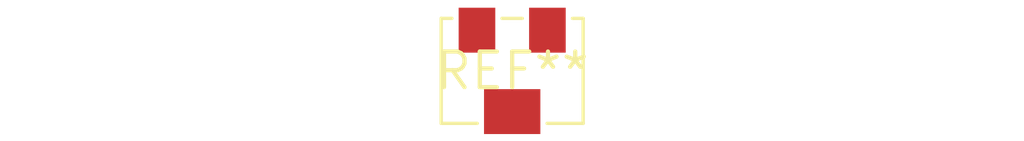
<source format=kicad_pcb>
(kicad_pcb (version 20240108) (generator pcbnew)
  (layers (0 "F.Cu" signal) (31 "B.Cu" signal) (34 "B.Paste" user) (35 "F.Paste" user) (36 "B.SilkS" user "B.Silkscreen") (37 "F.SilkS" user "F.Silkscreen") (38 "B.Mask" user) (39 "F.Mask" user) (44 "Edge.Cuts" user))
  (net 0 "")
  (footprint "Potentiometer_Bourns_3214W_Vertical" (layer "F.Cu") (at 0 0)
    (property "Reference" "REF**")
    (property "Value" "Potentiometer_Bourns_3214W_Vertical")
    (fp_line (start -2.52 -1.87) (end -2.52 1.87) (layer "F.SilkS") (stroke (width 0.12)))
    (fp_line (start -2.52 -1.87) (end -2.14 -1.87) (layer "F.SilkS") (stroke (width 0.12)))
    (fp_line (start -2.52 1.87) (end -1.24 1.87) (layer "F.SilkS") (stroke (width 0.12)))
    (fp_line (start -0.36 -1.87) (end 0.36 -1.87) (layer "F.SilkS") (stroke (width 0.12)))
    (fp_line (start 1.24 1.87) (end 2.52 1.87) (layer "F.SilkS") (stroke (width 0.12)))
    (fp_line (start 2.14 -1.87) (end 2.52 -1.87) (layer "F.SilkS") (stroke (width 0.12)))
    (fp_line (start 2.52 -1.87) (end 2.52 1.87) (layer "F.SilkS") (stroke (width 0.12)))
    (pad "1" smd rect (at 1.25 -1.45) (size 1.3 1.6) (layers "F.Cu" "F.Paste" "F.Mask"))
    (pad "2" smd rect (at 0 1.45) (size 2 1.6) (layers "F.Cu" "F.Paste" "F.Mask"))
    (pad "3" smd rect (at -1.25 -1.45) (size 1.3 1.6) (layers "F.Cu" "F.Paste" "F.Mask"))
  )
)
</source>
